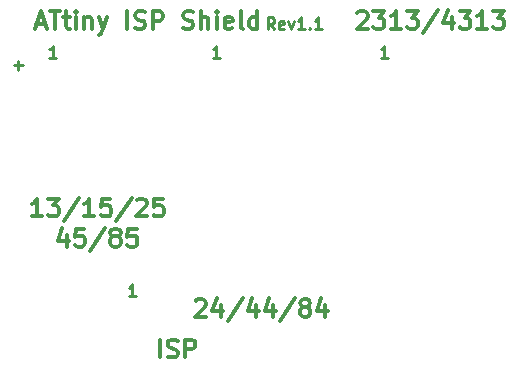
<source format=gto>
G04 #@! TF.GenerationSoftware,KiCad,Pcbnew,no-vcs-found-104b606~61~ubuntu17.10.1*
G04 #@! TF.CreationDate,2018-02-15T23:00:50+01:00*
G04 #@! TF.ProjectId,arduino_isp_shield,61726475696E6F5F6973705F73686965,rev?*
G04 #@! TF.SameCoordinates,Original*
G04 #@! TF.FileFunction,Legend,Top*
G04 #@! TF.FilePolarity,Positive*
%FSLAX46Y46*%
G04 Gerber Fmt 4.6, Leading zero omitted, Abs format (unit mm)*
G04 Created by KiCad (PCBNEW no-vcs-found-104b606~61~ubuntu17.10.1) date Thu Feb 15 23:00:50 2018*
%MOMM*%
%LPD*%
G01*
G04 APERTURE LIST*
%ADD10C,0.250000*%
%ADD11C,0.300000*%
G04 APERTURE END LIST*
D10*
X123317047Y-84399428D02*
X124078952Y-84399428D01*
X123698000Y-84780380D02*
X123698000Y-84018476D01*
X154971714Y-83764380D02*
X154400285Y-83764380D01*
X154686000Y-83764380D02*
X154686000Y-82764380D01*
X154590761Y-82907238D01*
X154495523Y-83002476D01*
X154400285Y-83050095D01*
X140747714Y-83764380D02*
X140176285Y-83764380D01*
X140462000Y-83764380D02*
X140462000Y-82764380D01*
X140366761Y-82907238D01*
X140271523Y-83002476D01*
X140176285Y-83050095D01*
X126904714Y-83764380D02*
X126333285Y-83764380D01*
X126619000Y-83764380D02*
X126619000Y-82764380D01*
X126523761Y-82907238D01*
X126428523Y-83002476D01*
X126333285Y-83050095D01*
D11*
X152408714Y-79966428D02*
X152480142Y-79895000D01*
X152623000Y-79823571D01*
X152980142Y-79823571D01*
X153123000Y-79895000D01*
X153194428Y-79966428D01*
X153265857Y-80109285D01*
X153265857Y-80252142D01*
X153194428Y-80466428D01*
X152337285Y-81323571D01*
X153265857Y-81323571D01*
X153765857Y-79823571D02*
X154694428Y-79823571D01*
X154194428Y-80395000D01*
X154408714Y-80395000D01*
X154551571Y-80466428D01*
X154623000Y-80537857D01*
X154694428Y-80680714D01*
X154694428Y-81037857D01*
X154623000Y-81180714D01*
X154551571Y-81252142D01*
X154408714Y-81323571D01*
X153980142Y-81323571D01*
X153837285Y-81252142D01*
X153765857Y-81180714D01*
X156123000Y-81323571D02*
X155265857Y-81323571D01*
X155694428Y-81323571D02*
X155694428Y-79823571D01*
X155551571Y-80037857D01*
X155408714Y-80180714D01*
X155265857Y-80252142D01*
X156623000Y-79823571D02*
X157551571Y-79823571D01*
X157051571Y-80395000D01*
X157265857Y-80395000D01*
X157408714Y-80466428D01*
X157480142Y-80537857D01*
X157551571Y-80680714D01*
X157551571Y-81037857D01*
X157480142Y-81180714D01*
X157408714Y-81252142D01*
X157265857Y-81323571D01*
X156837285Y-81323571D01*
X156694428Y-81252142D01*
X156623000Y-81180714D01*
X159265857Y-79752142D02*
X157980142Y-81680714D01*
X160408714Y-80323571D02*
X160408714Y-81323571D01*
X160051571Y-79752142D02*
X159694428Y-80823571D01*
X160623000Y-80823571D01*
X161051571Y-79823571D02*
X161980142Y-79823571D01*
X161480142Y-80395000D01*
X161694428Y-80395000D01*
X161837285Y-80466428D01*
X161908714Y-80537857D01*
X161980142Y-80680714D01*
X161980142Y-81037857D01*
X161908714Y-81180714D01*
X161837285Y-81252142D01*
X161694428Y-81323571D01*
X161265857Y-81323571D01*
X161123000Y-81252142D01*
X161051571Y-81180714D01*
X163408714Y-81323571D02*
X162551571Y-81323571D01*
X162980142Y-81323571D02*
X162980142Y-79823571D01*
X162837285Y-80037857D01*
X162694428Y-80180714D01*
X162551571Y-80252142D01*
X163908714Y-79823571D02*
X164837285Y-79823571D01*
X164337285Y-80395000D01*
X164551571Y-80395000D01*
X164694428Y-80466428D01*
X164765857Y-80537857D01*
X164837285Y-80680714D01*
X164837285Y-81037857D01*
X164765857Y-81180714D01*
X164694428Y-81252142D01*
X164551571Y-81323571D01*
X164123000Y-81323571D01*
X163980142Y-81252142D01*
X163908714Y-81180714D01*
X138700571Y-104350428D02*
X138772000Y-104279000D01*
X138914857Y-104207571D01*
X139272000Y-104207571D01*
X139414857Y-104279000D01*
X139486285Y-104350428D01*
X139557714Y-104493285D01*
X139557714Y-104636142D01*
X139486285Y-104850428D01*
X138629142Y-105707571D01*
X139557714Y-105707571D01*
X140843428Y-104707571D02*
X140843428Y-105707571D01*
X140486285Y-104136142D02*
X140129142Y-105207571D01*
X141057714Y-105207571D01*
X142700571Y-104136142D02*
X141414857Y-106064714D01*
X143843428Y-104707571D02*
X143843428Y-105707571D01*
X143486285Y-104136142D02*
X143129142Y-105207571D01*
X144057714Y-105207571D01*
X145272000Y-104707571D02*
X145272000Y-105707571D01*
X144914857Y-104136142D02*
X144557714Y-105207571D01*
X145486285Y-105207571D01*
X147129142Y-104136142D02*
X145843428Y-106064714D01*
X147843428Y-104850428D02*
X147700571Y-104779000D01*
X147629142Y-104707571D01*
X147557714Y-104564714D01*
X147557714Y-104493285D01*
X147629142Y-104350428D01*
X147700571Y-104279000D01*
X147843428Y-104207571D01*
X148129142Y-104207571D01*
X148272000Y-104279000D01*
X148343428Y-104350428D01*
X148414857Y-104493285D01*
X148414857Y-104564714D01*
X148343428Y-104707571D01*
X148272000Y-104779000D01*
X148129142Y-104850428D01*
X147843428Y-104850428D01*
X147700571Y-104921857D01*
X147629142Y-104993285D01*
X147557714Y-105136142D01*
X147557714Y-105421857D01*
X147629142Y-105564714D01*
X147700571Y-105636142D01*
X147843428Y-105707571D01*
X148129142Y-105707571D01*
X148272000Y-105636142D01*
X148343428Y-105564714D01*
X148414857Y-105421857D01*
X148414857Y-105136142D01*
X148343428Y-104993285D01*
X148272000Y-104921857D01*
X148129142Y-104850428D01*
X149700571Y-104707571D02*
X149700571Y-105707571D01*
X149343428Y-104136142D02*
X148986285Y-105207571D01*
X149914857Y-105207571D01*
X125714714Y-97193571D02*
X124857571Y-97193571D01*
X125286142Y-97193571D02*
X125286142Y-95693571D01*
X125143285Y-95907857D01*
X125000428Y-96050714D01*
X124857571Y-96122142D01*
X126214714Y-95693571D02*
X127143285Y-95693571D01*
X126643285Y-96265000D01*
X126857571Y-96265000D01*
X127000428Y-96336428D01*
X127071857Y-96407857D01*
X127143285Y-96550714D01*
X127143285Y-96907857D01*
X127071857Y-97050714D01*
X127000428Y-97122142D01*
X126857571Y-97193571D01*
X126429000Y-97193571D01*
X126286142Y-97122142D01*
X126214714Y-97050714D01*
X128857571Y-95622142D02*
X127571857Y-97550714D01*
X130143285Y-97193571D02*
X129286142Y-97193571D01*
X129714714Y-97193571D02*
X129714714Y-95693571D01*
X129571857Y-95907857D01*
X129429000Y-96050714D01*
X129286142Y-96122142D01*
X131500428Y-95693571D02*
X130786142Y-95693571D01*
X130714714Y-96407857D01*
X130786142Y-96336428D01*
X130929000Y-96265000D01*
X131286142Y-96265000D01*
X131429000Y-96336428D01*
X131500428Y-96407857D01*
X131571857Y-96550714D01*
X131571857Y-96907857D01*
X131500428Y-97050714D01*
X131429000Y-97122142D01*
X131286142Y-97193571D01*
X130929000Y-97193571D01*
X130786142Y-97122142D01*
X130714714Y-97050714D01*
X133286142Y-95622142D02*
X132000428Y-97550714D01*
X133714714Y-95836428D02*
X133786142Y-95765000D01*
X133929000Y-95693571D01*
X134286142Y-95693571D01*
X134429000Y-95765000D01*
X134500428Y-95836428D01*
X134571857Y-95979285D01*
X134571857Y-96122142D01*
X134500428Y-96336428D01*
X133643285Y-97193571D01*
X134571857Y-97193571D01*
X135929000Y-95693571D02*
X135214714Y-95693571D01*
X135143285Y-96407857D01*
X135214714Y-96336428D01*
X135357571Y-96265000D01*
X135714714Y-96265000D01*
X135857571Y-96336428D01*
X135929000Y-96407857D01*
X136000428Y-96550714D01*
X136000428Y-96907857D01*
X135929000Y-97050714D01*
X135857571Y-97122142D01*
X135714714Y-97193571D01*
X135357571Y-97193571D01*
X135214714Y-97122142D01*
X135143285Y-97050714D01*
X127786142Y-98743571D02*
X127786142Y-99743571D01*
X127429000Y-98172142D02*
X127071857Y-99243571D01*
X128000428Y-99243571D01*
X129286142Y-98243571D02*
X128571857Y-98243571D01*
X128500428Y-98957857D01*
X128571857Y-98886428D01*
X128714714Y-98815000D01*
X129071857Y-98815000D01*
X129214714Y-98886428D01*
X129286142Y-98957857D01*
X129357571Y-99100714D01*
X129357571Y-99457857D01*
X129286142Y-99600714D01*
X129214714Y-99672142D01*
X129071857Y-99743571D01*
X128714714Y-99743571D01*
X128571857Y-99672142D01*
X128500428Y-99600714D01*
X131071857Y-98172142D02*
X129786142Y-100100714D01*
X131786142Y-98886428D02*
X131643285Y-98815000D01*
X131571857Y-98743571D01*
X131500428Y-98600714D01*
X131500428Y-98529285D01*
X131571857Y-98386428D01*
X131643285Y-98315000D01*
X131786142Y-98243571D01*
X132071857Y-98243571D01*
X132214714Y-98315000D01*
X132286142Y-98386428D01*
X132357571Y-98529285D01*
X132357571Y-98600714D01*
X132286142Y-98743571D01*
X132214714Y-98815000D01*
X132071857Y-98886428D01*
X131786142Y-98886428D01*
X131643285Y-98957857D01*
X131571857Y-99029285D01*
X131500428Y-99172142D01*
X131500428Y-99457857D01*
X131571857Y-99600714D01*
X131643285Y-99672142D01*
X131786142Y-99743571D01*
X132071857Y-99743571D01*
X132214714Y-99672142D01*
X132286142Y-99600714D01*
X132357571Y-99457857D01*
X132357571Y-99172142D01*
X132286142Y-99029285D01*
X132214714Y-98957857D01*
X132071857Y-98886428D01*
X133714714Y-98243571D02*
X133000428Y-98243571D01*
X132929000Y-98957857D01*
X133000428Y-98886428D01*
X133143285Y-98815000D01*
X133500428Y-98815000D01*
X133643285Y-98886428D01*
X133714714Y-98957857D01*
X133786142Y-99100714D01*
X133786142Y-99457857D01*
X133714714Y-99600714D01*
X133643285Y-99672142D01*
X133500428Y-99743571D01*
X133143285Y-99743571D01*
X133000428Y-99672142D01*
X132929000Y-99600714D01*
X135695714Y-109136571D02*
X135695714Y-107636571D01*
X136338571Y-109065142D02*
X136552857Y-109136571D01*
X136910000Y-109136571D01*
X137052857Y-109065142D01*
X137124285Y-108993714D01*
X137195714Y-108850857D01*
X137195714Y-108708000D01*
X137124285Y-108565142D01*
X137052857Y-108493714D01*
X136910000Y-108422285D01*
X136624285Y-108350857D01*
X136481428Y-108279428D01*
X136410000Y-108208000D01*
X136338571Y-108065142D01*
X136338571Y-107922285D01*
X136410000Y-107779428D01*
X136481428Y-107708000D01*
X136624285Y-107636571D01*
X136981428Y-107636571D01*
X137195714Y-107708000D01*
X137838571Y-109136571D02*
X137838571Y-107636571D01*
X138410000Y-107636571D01*
X138552857Y-107708000D01*
X138624285Y-107779428D01*
X138695714Y-107922285D01*
X138695714Y-108136571D01*
X138624285Y-108279428D01*
X138552857Y-108350857D01*
X138410000Y-108422285D01*
X137838571Y-108422285D01*
D10*
X133635714Y-103957380D02*
X133064285Y-103957380D01*
X133350000Y-103957380D02*
X133350000Y-102957380D01*
X133254761Y-103100238D01*
X133159523Y-103195476D01*
X133064285Y-103243095D01*
D11*
X125227142Y-80895000D02*
X125941428Y-80895000D01*
X125084285Y-81323571D02*
X125584285Y-79823571D01*
X126084285Y-81323571D01*
X126370000Y-79823571D02*
X127227142Y-79823571D01*
X126798571Y-81323571D02*
X126798571Y-79823571D01*
X127512857Y-80323571D02*
X128084285Y-80323571D01*
X127727142Y-79823571D02*
X127727142Y-81109285D01*
X127798571Y-81252142D01*
X127941428Y-81323571D01*
X128084285Y-81323571D01*
X128584285Y-81323571D02*
X128584285Y-80323571D01*
X128584285Y-79823571D02*
X128512857Y-79895000D01*
X128584285Y-79966428D01*
X128655714Y-79895000D01*
X128584285Y-79823571D01*
X128584285Y-79966428D01*
X129298571Y-80323571D02*
X129298571Y-81323571D01*
X129298571Y-80466428D02*
X129370000Y-80395000D01*
X129512857Y-80323571D01*
X129727142Y-80323571D01*
X129870000Y-80395000D01*
X129941428Y-80537857D01*
X129941428Y-81323571D01*
X130512857Y-80323571D02*
X130870000Y-81323571D01*
X131227142Y-80323571D02*
X130870000Y-81323571D01*
X130727142Y-81680714D01*
X130655714Y-81752142D01*
X130512857Y-81823571D01*
X132941428Y-81323571D02*
X132941428Y-79823571D01*
X133584285Y-81252142D02*
X133798571Y-81323571D01*
X134155714Y-81323571D01*
X134298571Y-81252142D01*
X134370000Y-81180714D01*
X134441428Y-81037857D01*
X134441428Y-80895000D01*
X134370000Y-80752142D01*
X134298571Y-80680714D01*
X134155714Y-80609285D01*
X133870000Y-80537857D01*
X133727142Y-80466428D01*
X133655714Y-80395000D01*
X133584285Y-80252142D01*
X133584285Y-80109285D01*
X133655714Y-79966428D01*
X133727142Y-79895000D01*
X133870000Y-79823571D01*
X134227142Y-79823571D01*
X134441428Y-79895000D01*
X135084285Y-81323571D02*
X135084285Y-79823571D01*
X135655714Y-79823571D01*
X135798571Y-79895000D01*
X135870000Y-79966428D01*
X135941428Y-80109285D01*
X135941428Y-80323571D01*
X135870000Y-80466428D01*
X135798571Y-80537857D01*
X135655714Y-80609285D01*
X135084285Y-80609285D01*
X137655714Y-81252142D02*
X137870000Y-81323571D01*
X138227142Y-81323571D01*
X138370000Y-81252142D01*
X138441428Y-81180714D01*
X138512857Y-81037857D01*
X138512857Y-80895000D01*
X138441428Y-80752142D01*
X138370000Y-80680714D01*
X138227142Y-80609285D01*
X137941428Y-80537857D01*
X137798571Y-80466428D01*
X137727142Y-80395000D01*
X137655714Y-80252142D01*
X137655714Y-80109285D01*
X137727142Y-79966428D01*
X137798571Y-79895000D01*
X137941428Y-79823571D01*
X138298571Y-79823571D01*
X138512857Y-79895000D01*
X139155714Y-81323571D02*
X139155714Y-79823571D01*
X139798571Y-81323571D02*
X139798571Y-80537857D01*
X139727142Y-80395000D01*
X139584285Y-80323571D01*
X139370000Y-80323571D01*
X139227142Y-80395000D01*
X139155714Y-80466428D01*
X140512857Y-81323571D02*
X140512857Y-80323571D01*
X140512857Y-79823571D02*
X140441428Y-79895000D01*
X140512857Y-79966428D01*
X140584285Y-79895000D01*
X140512857Y-79823571D01*
X140512857Y-79966428D01*
X141798571Y-81252142D02*
X141655714Y-81323571D01*
X141370000Y-81323571D01*
X141227142Y-81252142D01*
X141155714Y-81109285D01*
X141155714Y-80537857D01*
X141227142Y-80395000D01*
X141370000Y-80323571D01*
X141655714Y-80323571D01*
X141798571Y-80395000D01*
X141870000Y-80537857D01*
X141870000Y-80680714D01*
X141155714Y-80823571D01*
X142727142Y-81323571D02*
X142584285Y-81252142D01*
X142512857Y-81109285D01*
X142512857Y-79823571D01*
X143941428Y-81323571D02*
X143941428Y-79823571D01*
X143941428Y-81252142D02*
X143798571Y-81323571D01*
X143512857Y-81323571D01*
X143370000Y-81252142D01*
X143298571Y-81180714D01*
X143227142Y-81037857D01*
X143227142Y-80609285D01*
X143298571Y-80466428D01*
X143370000Y-80395000D01*
X143512857Y-80323571D01*
X143798571Y-80323571D01*
X143941428Y-80395000D01*
D10*
X145375523Y-81351380D02*
X145042190Y-80875190D01*
X144804095Y-81351380D02*
X144804095Y-80351380D01*
X145185047Y-80351380D01*
X145280285Y-80399000D01*
X145327904Y-80446619D01*
X145375523Y-80541857D01*
X145375523Y-80684714D01*
X145327904Y-80779952D01*
X145280285Y-80827571D01*
X145185047Y-80875190D01*
X144804095Y-80875190D01*
X146185047Y-81303761D02*
X146089809Y-81351380D01*
X145899333Y-81351380D01*
X145804095Y-81303761D01*
X145756476Y-81208523D01*
X145756476Y-80827571D01*
X145804095Y-80732333D01*
X145899333Y-80684714D01*
X146089809Y-80684714D01*
X146185047Y-80732333D01*
X146232666Y-80827571D01*
X146232666Y-80922809D01*
X145756476Y-81018047D01*
X146566000Y-80684714D02*
X146804095Y-81351380D01*
X147042190Y-80684714D01*
X147946952Y-81351380D02*
X147375523Y-81351380D01*
X147661238Y-81351380D02*
X147661238Y-80351380D01*
X147566000Y-80494238D01*
X147470761Y-80589476D01*
X147375523Y-80637095D01*
X148375523Y-81256142D02*
X148423142Y-81303761D01*
X148375523Y-81351380D01*
X148327904Y-81303761D01*
X148375523Y-81256142D01*
X148375523Y-81351380D01*
X149375523Y-81351380D02*
X148804095Y-81351380D01*
X149089809Y-81351380D02*
X149089809Y-80351380D01*
X148994571Y-80494238D01*
X148899333Y-80589476D01*
X148804095Y-80637095D01*
M02*

</source>
